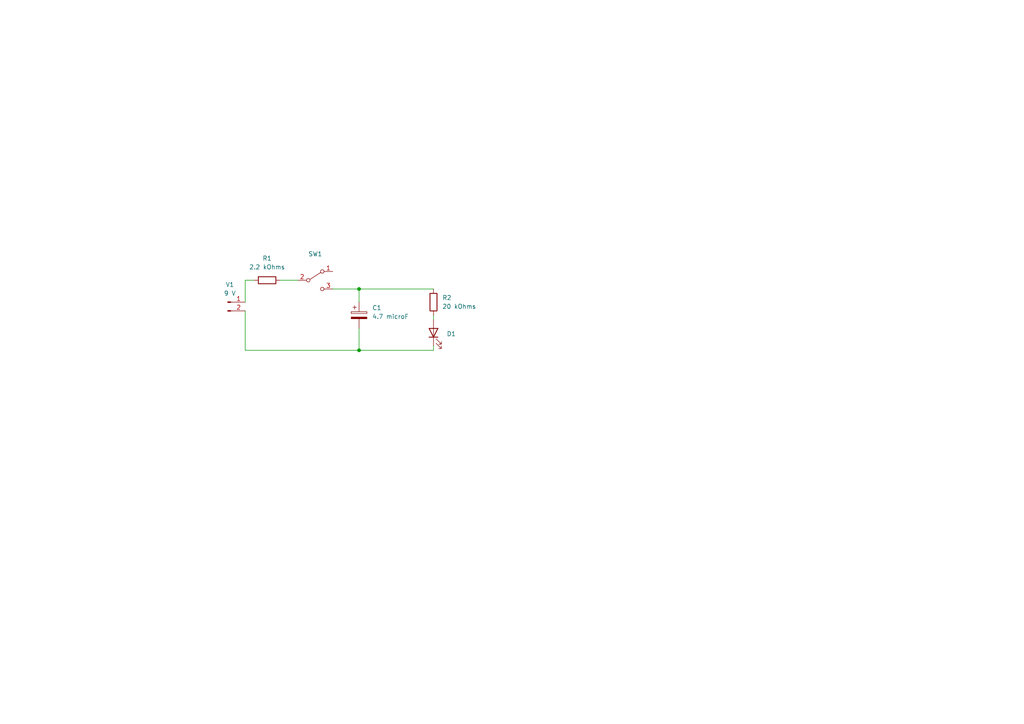
<source format=kicad_sch>
(kicad_sch (version 20211123) (generator eeschema)
  (paper "A4")
  (lib_symbols
    (symbol "Connector:Conn_01x02_Male" (pin_names (offset 1.016) hide)
      (property "Reference" "J" (at 0 2.54 0))
      (property "Value" "Conn_01x02_Male" (at 0 -5.08 0))
      (symbol "Conn_01x02_Male_1_1"
        (polyline (pts (xy 1.27 -2.54) (xy 0.8636 -2.54)) (stroke (width 0.1524)))
        (polyline (pts (xy 1.27 0) (xy 0.8636 0)) (stroke (width 0.1524)))
        (rectangle (start 0.8636 -2.413) (end 0 -2.667) (stroke (width 0.1524)) (fill (type outline)))
        (rectangle (start 0.8636 0.127) (end 0 -0.127) (stroke (width 0.1524)) (fill (type outline)))
        (pin passive line (at 5.08 0 180) (length 3.81) (name "Pin_1") (number "1"))
        (pin passive line (at 5.08 -2.54 180) (length 3.81) (name "Pin_2") (number "2"))
      )
    )
    (symbol "Device:C_Polarized" (pin_numbers hide) (pin_names (offset 0.254))
      (property "Reference" "C" (at 0.635 2.54 0))
      (property "Value" "C_Polarized" (at 0.635 -2.54 0))
      (symbol "C_Polarized_0_1"
        (rectangle (start -2.286 0.508) (end 2.286 1.016))
        (polyline (pts (xy -1.778 2.286) (xy -0.762 2.286)))
        (polyline (pts (xy -1.27 2.794) (xy -1.27 1.778)))
        (rectangle (start 2.286 -0.508) (end -2.286 -1.016) (fill (type outline)))
      )
      (symbol "C_Polarized_1_1"
        (pin passive line (at 0 3.81 270) (length 2.794) (name "~") (number "1"))
        (pin passive line (at 0 -3.81 90) (length 2.794) (name "~") (number "2"))
      )
    )
    (symbol "Device:LED" (pin_numbers hide) (pin_names (offset 1.016) hide)
      (property "Reference" "D" (at 0 2.54 0))
      (property "Value" "LED" (at 0 -2.54 0))
      (symbol "LED_0_1"
        (polyline (pts (xy -1.27 -1.27) (xy -1.27 1.27)) (stroke (width 0.254)))
        (polyline (pts (xy -1.27 0) (xy 1.27 0)))
        (polyline (pts (xy 1.27 -1.27) (xy 1.27 1.27) (xy -1.27 0) (xy 1.27 -1.27)) (stroke (width 0.254)))
        (polyline (pts (xy -3.048 -0.762) (xy -4.572 -2.286) (xy -3.81 -2.286) (xy -4.572 -2.286) (xy -4.572 -1.524)))
        (polyline (pts (xy -1.778 -0.762) (xy -3.302 -2.286) (xy -2.54 -2.286) (xy -3.302 -2.286) (xy -3.302 -1.524)))
      )
      (symbol "LED_1_1"
        (pin passive line (at -3.81 0 0) (length 2.54) (name "K") (number "1"))
        (pin passive line (at 3.81 0 180) (length 2.54) (name "A") (number "2"))
      )
    )
    (symbol "Device:R" (pin_numbers hide) (pin_names (offset 0))
      (property "Reference" "R" (at 2.032 0 90))
      (property "Value" "R" (at 0 0 90))
      (symbol "R_0_1"
        (rectangle (start -1.016 -2.54) (end 1.016 2.54) (stroke (width 0.254)))
      )
      (symbol "R_1_1"
        (pin passive line (at 0 3.81 270) (length 1.27) (name "~") (number "1"))
        (pin passive line (at 0 -3.81 90) (length 1.27) (name "~") (number "2"))
      )
    )
    (symbol "Switch:SW_SPDT" (pin_names (offset 0) hide)
      (property "Reference" "SW" (at 0 4.318 0))
      (property "Value" "SW_SPDT" (at 0 -5.08 0))
      (symbol "SW_SPDT_0_0"
        (circle (center -2.032 0) (radius 0.508))
        (circle (center 2.032 -2.54) (radius 0.508))
      )
      (symbol "SW_SPDT_0_1"
        (polyline (pts (xy -1.524 0.254) (xy 1.651 2.286)))
        (circle (center 2.032 2.54) (radius 0.508))
      )
      (symbol "SW_SPDT_1_1"
        (pin passive line (at 5.08 2.54 180) (length 2.54) (name "A") (number "1"))
        (pin passive line (at -5.08 0 0) (length 2.54) (name "B") (number "2"))
        (pin passive line (at 5.08 -2.54 180) (length 2.54) (name "C") (number "3"))
      )
    )
  )
  (junction (at 104.14 101.6))
  (junction (at 104.14 83.82))
  (wire (pts (xy 125.73 91.44) (xy 125.73 92.71)))
  (wire (pts (xy 125.73 101.6) (xy 104.14 101.6)))
  (wire (pts (xy 71.12 87.63) (xy 71.12 81.28)))
  (wire (pts (xy 104.14 87.63) (xy 104.14 83.82)))
  (wire (pts (xy 81.28 81.28) (xy 86.36 81.28)))
  (wire (pts (xy 71.12 81.28) (xy 73.66 81.28)))
  (wire (pts (xy 104.14 83.82) (xy 125.73 83.82)))
  (wire (pts (xy 71.12 101.6) (xy 104.14 101.6)))
  (wire (pts (xy 125.73 100.33) (xy 125.73 101.6)))
  (wire (pts (xy 104.14 95.25) (xy 104.14 101.6)))
  (wire (pts (xy 71.12 90.17) (xy 71.12 101.6)))
  (wire (pts (xy 96.52 83.82) (xy 104.14 83.82)))
  (symbol (lib_id "Device:LED") (at 125.73 96.52 90) (unit 1)
    (property "Reference" "D1" (at 129.54 96.8374 90) (effects (justify right)))
    (property "Value" "LED" (effects hide))
  )
  (symbol (lib_id "Device:R") (at 77.47 81.28 90) (unit 1)
    (property "Reference" "R1" (at 77.47 74.93 90))
    (property "Value" "2.2 kOhms" (at 77.47 77.47 90))
  )
  (symbol (lib_id "Switch:SW_SPDT") (at 91.44 81.28 0) (unit 1)
    (property "Reference" "SW1" (at 91.44 73.66 0))
    (property "Value" "SW_SPDT" (effects hide))
  )
  (symbol (lib_id "Connector:Conn_01x02_Male") (at 66.04 87.63 0) (unit 1)
    (property "Reference" "V1" (at 66.675 82.55 0))
    (property "Value" "9 V" (at 66.675 85.09 0))
  )
  (symbol (lib_id "Device:C_Polarized") (at 104.14 91.44 0) (unit 1)
    (property "Reference" "C1" (at 107.95 89.2809 0) (effects (justify left)))
    (property "Value" "4.7 microF" (at 107.95 91.8209 0) (effects (justify left)))
  )
  (symbol (lib_id "Device:R") (at 125.73 87.63 0) (unit 1)
    (property "Reference" "R2" (at 128.27 86.3599 0) (effects (justify left)))
    (property "Value" "20 kOhms" (at 128.27 88.8999 0) (effects (justify left)))
  )
)
</source>
